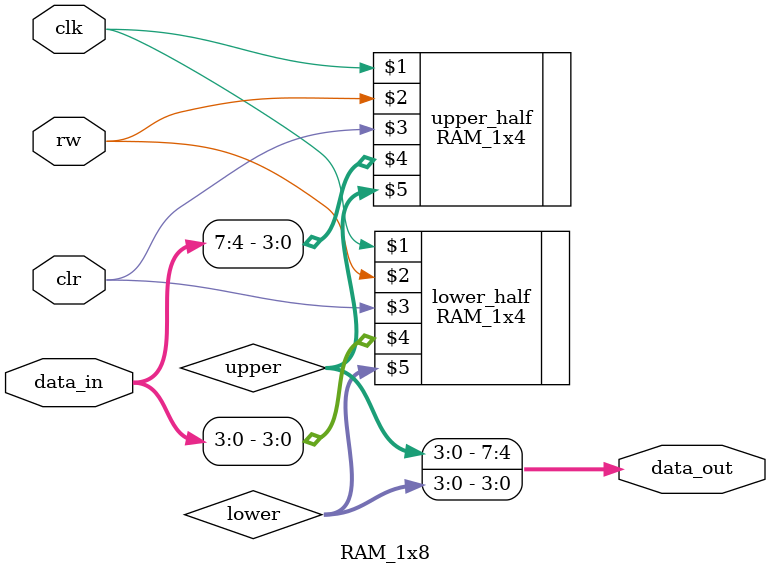
<source format=v>
module RAM_1x8 (
    input wire clk,
    input wire rw,
    input wire clr,
    input wire [7:0] data_in,
    output wire [7:0] data_out
);
    wire [3:0] lower, upper;

    RAM_1x4 lower_half (clk, rw, clr, data_in[3:0], lower);
    RAM_1x4 upper_half (clk, rw, clr, data_in[7:4], upper);

    assign data_out = {upper, lower};
endmodule

</source>
